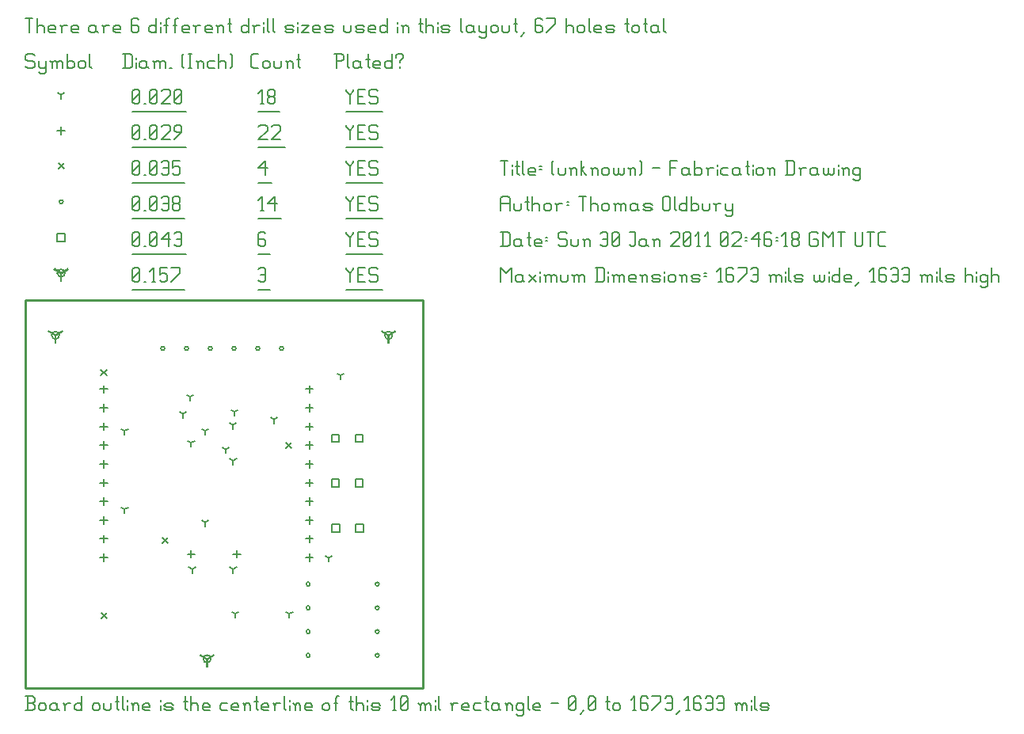
<source format=gbr>
G04 start of page 11 for group -3984 idx -3984 *
G04 Title: (unknown), fab *
G04 Creator: pcb 20091103 *
G04 CreationDate: Sun 30 Jan 2011 02:46:18 GMT UTC *
G04 For: thomas *
G04 Format: Gerber/RS-274X *
G04 PCB-Dimensions: 167323 163386 *
G04 PCB-Coordinate-Origin: lower left *
%MOIN*%
%FSLAX25Y25*%
%LNFAB*%
%ADD11C,0.0100*%
%ADD13C,0.0200*%
%ADD41C,0.0060*%
%ADD43R,0.0080X0.0080*%
G54D43*X152757Y148425D02*Y145225D01*
G54D13*G36*
X152210Y148572D02*X155676Y150572D01*
X156076Y149879D01*
X152610Y147879D01*
X152210Y148572D01*
G37*
G36*
X152903Y147879D02*X149437Y149879D01*
X149837Y150572D01*
X153303Y148572D01*
X152903Y147879D01*
G37*
G54D43*X151157Y148425D02*G75*G03X154357Y148425I1600J0D01*G01*
G75*G03X151157Y148425I-1600J0D01*G01*
X12599D02*Y145225D01*
G54D13*G36*
X12052Y148572D02*X15518Y150572D01*
X15918Y149879D01*
X12452Y147879D01*
X12052Y148572D01*
G37*
G36*
X12745Y147879D02*X9279Y149879D01*
X9679Y150572D01*
X13145Y148572D01*
X12745Y147879D01*
G37*
G54D43*X10999Y148425D02*G75*G03X14199Y148425I1600J0D01*G01*
G75*G03X10999Y148425I-1600J0D01*G01*
X76378Y12205D02*Y9005D01*
G54D13*G36*
X75831Y12352D02*X79297Y14352D01*
X79697Y13659D01*
X76231Y11659D01*
X75831Y12352D01*
G37*
G36*
X76524Y11659D02*X73058Y13659D01*
X73458Y14352D01*
X76924Y12352D01*
X76524Y11659D01*
G37*
G54D43*X74778Y12205D02*G75*G03X77978Y12205I1600J0D01*G01*
G75*G03X74778Y12205I-1600J0D01*G01*
X15000Y174636D02*Y171436D01*
G54D13*G36*
X14453Y174782D02*X17919Y176782D01*
X18319Y176089D01*
X14853Y174089D01*
X14453Y174782D01*
G37*
G36*
X15146Y174089D02*X11680Y176089D01*
X12080Y176782D01*
X15546Y174782D01*
X15146Y174089D01*
G37*
G54D43*X13400Y174636D02*G75*G03X16600Y174636I1600J0D01*G01*
G75*G03X13400Y174636I-1600J0D01*G01*
G54D41*X135000Y176886D02*Y176136D01*
X136500Y174636D01*
X138000Y176136D01*
Y176886D02*Y176136D01*
X136500Y174636D02*Y170886D01*
X139801Y173886D02*X142051D01*
X139801Y170886D02*X142801D01*
X139801Y176886D02*Y170886D01*
Y176886D02*X142801D01*
X147603D02*X148353Y176136D01*
X145353Y176886D02*X147603D01*
X144603Y176136D02*X145353Y176886D01*
X144603Y176136D02*Y174636D01*
X145353Y173886D01*
X147603D01*
X148353Y173136D01*
Y171636D01*
X147603Y170886D02*X148353Y171636D01*
X145353Y170886D02*X147603D01*
X144603Y171636D02*X145353Y170886D01*
X135000Y167635D02*X150154D01*
X98000Y176136D02*X98750Y176886D01*
X100250D01*
X101000Y176136D01*
Y171636D01*
X100250Y170886D02*X101000Y171636D01*
X98750Y170886D02*X100250D01*
X98000Y171636D02*X98750Y170886D01*
Y173886D02*X101000D01*
X98000Y167635D02*X102801D01*
X45000Y171636D02*X45750Y170886D01*
X45000Y176136D02*Y171636D01*
Y176136D02*X45750Y176886D01*
X47250D01*
X48000Y176136D01*
Y171636D01*
X47250Y170886D02*X48000Y171636D01*
X45750Y170886D02*X47250D01*
X45000Y172386D02*X48000Y175386D01*
X49801Y170886D02*X50551D01*
X53103D02*X54603D01*
X53853Y176886D02*Y170886D01*
X52353Y175386D02*X53853Y176886D01*
X56404D02*X59404D01*
X56404D02*Y173886D01*
X57154Y174636D01*
X58654D01*
X59404Y173886D01*
Y171636D01*
X58654Y170886D02*X59404Y171636D01*
X57154Y170886D02*X58654D01*
X56404Y171636D02*X57154Y170886D01*
X61206D02*X64956Y174636D01*
Y176886D02*Y174636D01*
X61206Y176886D02*X64956D01*
X45000Y167635D02*X66757D01*
X128834Y87820D02*X132034D01*
X128834D02*Y84620D01*
X132034D01*
Y87820D02*Y84620D01*
X138834Y87820D02*X142034D01*
X138834D02*Y84620D01*
X142034D01*
Y87820D02*Y84620D01*
X128834Y106718D02*X132034D01*
X128834D02*Y103518D01*
X132034D01*
Y106718D02*Y103518D01*
X138834Y106718D02*X142034D01*
X138834D02*Y103518D01*
X142034D01*
Y106718D02*Y103518D01*
X128922Y68934D02*X132122D01*
X128922D02*Y65734D01*
X132122D01*
Y68934D02*Y65734D01*
X138922Y68934D02*X142122D01*
X138922D02*Y65734D01*
X142122D01*
Y68934D02*Y65734D01*
X13400Y191236D02*X16600D01*
X13400D02*Y188036D01*
X16600D01*
Y191236D02*Y188036D01*
X135000Y191886D02*Y191136D01*
X136500Y189636D01*
X138000Y191136D01*
Y191886D02*Y191136D01*
X136500Y189636D02*Y185886D01*
X139801Y188886D02*X142051D01*
X139801Y185886D02*X142801D01*
X139801Y191886D02*Y185886D01*
Y191886D02*X142801D01*
X147603D02*X148353Y191136D01*
X145353Y191886D02*X147603D01*
X144603Y191136D02*X145353Y191886D01*
X144603Y191136D02*Y189636D01*
X145353Y188886D01*
X147603D01*
X148353Y188136D01*
Y186636D01*
X147603Y185886D02*X148353Y186636D01*
X145353Y185886D02*X147603D01*
X144603Y186636D02*X145353Y185886D01*
X135000Y182635D02*X150154D01*
X100250Y191886D02*X101000Y191136D01*
X98750Y191886D02*X100250D01*
X98000Y191136D02*X98750Y191886D01*
X98000Y191136D02*Y186636D01*
X98750Y185886D01*
X100250Y188886D02*X101000Y188136D01*
X98000Y188886D02*X100250D01*
X98750Y185886D02*X100250D01*
X101000Y186636D01*
Y188136D02*Y186636D01*
X98000Y182635D02*X102801D01*
X45000Y186636D02*X45750Y185886D01*
X45000Y191136D02*Y186636D01*
Y191136D02*X45750Y191886D01*
X47250D01*
X48000Y191136D01*
Y186636D01*
X47250Y185886D02*X48000Y186636D01*
X45750Y185886D02*X47250D01*
X45000Y187386D02*X48000Y190386D01*
X49801Y185886D02*X50551D01*
X52353Y186636D02*X53103Y185886D01*
X52353Y191136D02*Y186636D01*
Y191136D02*X53103Y191886D01*
X54603D01*
X55353Y191136D01*
Y186636D01*
X54603Y185886D02*X55353Y186636D01*
X53103Y185886D02*X54603D01*
X52353Y187386D02*X55353Y190386D01*
X57154Y188886D02*X60154Y191886D01*
X57154Y188886D02*X60904D01*
X60154Y191886D02*Y185886D01*
X62706Y191136D02*X63456Y191886D01*
X64956D01*
X65706Y191136D01*
Y186636D01*
X64956Y185886D02*X65706Y186636D01*
X63456Y185886D02*X64956D01*
X62706Y186636D02*X63456Y185886D01*
Y188886D02*X65706D01*
X45000Y182635D02*X67507D01*
X147232Y43701D02*G75*G03X148832Y43701I800J0D01*G01*
G75*G03X147232Y43701I-800J0D01*G01*
Y33701D02*G75*G03X148832Y33701I800J0D01*G01*
G75*G03X147232Y33701I-800J0D01*G01*
Y23701D02*G75*G03X148832Y23701I800J0D01*G01*
G75*G03X147232Y23701I-800J0D01*G01*
Y13701D02*G75*G03X148832Y13701I800J0D01*G01*
G75*G03X147232Y13701I-800J0D01*G01*
X118098Y43701D02*G75*G03X119698Y43701I800J0D01*G01*
G75*G03X118098Y43701I-800J0D01*G01*
Y33701D02*G75*G03X119698Y33701I800J0D01*G01*
G75*G03X118098Y33701I-800J0D01*G01*
Y23701D02*G75*G03X119698Y23701I800J0D01*G01*
G75*G03X118098Y23701I-800J0D01*G01*
Y13701D02*G75*G03X119698Y13701I800J0D01*G01*
G75*G03X118098Y13701I-800J0D01*G01*
X56966Y142925D02*G75*G03X58566Y142925I800J0D01*G01*
G75*G03X56966Y142925I-800J0D01*G01*
X66966D02*G75*G03X68566Y142925I800J0D01*G01*
G75*G03X66966Y142925I-800J0D01*G01*
X76966D02*G75*G03X78566Y142925I800J0D01*G01*
G75*G03X76966Y142925I-800J0D01*G01*
X86966D02*G75*G03X88566Y142925I800J0D01*G01*
G75*G03X86966Y142925I-800J0D01*G01*
X96966D02*G75*G03X98566Y142925I800J0D01*G01*
G75*G03X96966Y142925I-800J0D01*G01*
X106966D02*G75*G03X108566Y142925I800J0D01*G01*
G75*G03X106966Y142925I-800J0D01*G01*
X14200Y204636D02*G75*G03X15800Y204636I800J0D01*G01*
G75*G03X14200Y204636I-800J0D01*G01*
X135000Y206886D02*Y206136D01*
X136500Y204636D01*
X138000Y206136D01*
Y206886D02*Y206136D01*
X136500Y204636D02*Y200886D01*
X139801Y203886D02*X142051D01*
X139801Y200886D02*X142801D01*
X139801Y206886D02*Y200886D01*
Y206886D02*X142801D01*
X147603D02*X148353Y206136D01*
X145353Y206886D02*X147603D01*
X144603Y206136D02*X145353Y206886D01*
X144603Y206136D02*Y204636D01*
X145353Y203886D01*
X147603D01*
X148353Y203136D01*
Y201636D01*
X147603Y200886D02*X148353Y201636D01*
X145353Y200886D02*X147603D01*
X144603Y201636D02*X145353Y200886D01*
X135000Y197635D02*X150154D01*
X98750Y200886D02*X100250D01*
X99500Y206886D02*Y200886D01*
X98000Y205386D02*X99500Y206886D01*
X102051Y203886D02*X105051Y206886D01*
X102051Y203886D02*X105801D01*
X105051Y206886D02*Y200886D01*
X98000Y197635D02*X107603D01*
X45000Y201636D02*X45750Y200886D01*
X45000Y206136D02*Y201636D01*
Y206136D02*X45750Y206886D01*
X47250D01*
X48000Y206136D01*
Y201636D01*
X47250Y200886D02*X48000Y201636D01*
X45750Y200886D02*X47250D01*
X45000Y202386D02*X48000Y205386D01*
X49801Y200886D02*X50551D01*
X52353Y201636D02*X53103Y200886D01*
X52353Y206136D02*Y201636D01*
Y206136D02*X53103Y206886D01*
X54603D01*
X55353Y206136D01*
Y201636D01*
X54603Y200886D02*X55353Y201636D01*
X53103Y200886D02*X54603D01*
X52353Y202386D02*X55353Y205386D01*
X57154Y206136D02*X57904Y206886D01*
X59404D01*
X60154Y206136D01*
Y201636D01*
X59404Y200886D02*X60154Y201636D01*
X57904Y200886D02*X59404D01*
X57154Y201636D02*X57904Y200886D01*
Y203886D02*X60154D01*
X61956Y201636D02*X62706Y200886D01*
X61956Y203136D02*Y201636D01*
Y203136D02*X62706Y203886D01*
X64206D01*
X64956Y203136D01*
Y201636D01*
X64206Y200886D02*X64956Y201636D01*
X62706Y200886D02*X64206D01*
X61956Y204636D02*X62706Y203886D01*
X61956Y206136D02*Y204636D01*
Y206136D02*X62706Y206886D01*
X64206D01*
X64956Y206136D01*
Y204636D01*
X64206Y203886D02*X64956Y204636D01*
X45000Y197635D02*X66757D01*
X31684Y133888D02*X34084Y131488D01*
X31684D02*X34084Y133888D01*
X109637Y103180D02*X112037Y100780D01*
X109637D02*X112037Y103180D01*
X57451Y63416D02*X59851Y61016D01*
X57451D02*X59851Y63416D01*
X31872Y31515D02*X34272Y29115D01*
X31872D02*X34272Y31515D01*
X13800Y220836D02*X16200Y218436D01*
X13800D02*X16200Y220836D01*
X135000Y221886D02*Y221136D01*
X136500Y219636D01*
X138000Y221136D01*
Y221886D02*Y221136D01*
X136500Y219636D02*Y215886D01*
X139801Y218886D02*X142051D01*
X139801Y215886D02*X142801D01*
X139801Y221886D02*Y215886D01*
Y221886D02*X142801D01*
X147603D02*X148353Y221136D01*
X145353Y221886D02*X147603D01*
X144603Y221136D02*X145353Y221886D01*
X144603Y221136D02*Y219636D01*
X145353Y218886D01*
X147603D01*
X148353Y218136D01*
Y216636D01*
X147603Y215886D02*X148353Y216636D01*
X145353Y215886D02*X147603D01*
X144603Y216636D02*X145353Y215886D01*
X135000Y212635D02*X150154D01*
X98000Y218886D02*X101000Y221886D01*
X98000Y218886D02*X101750D01*
X101000Y221886D02*Y215886D01*
X98000Y212635D02*X103551D01*
X45000Y216636D02*X45750Y215886D01*
X45000Y221136D02*Y216636D01*
Y221136D02*X45750Y221886D01*
X47250D01*
X48000Y221136D01*
Y216636D01*
X47250Y215886D02*X48000Y216636D01*
X45750Y215886D02*X47250D01*
X45000Y217386D02*X48000Y220386D01*
X49801Y215886D02*X50551D01*
X52353Y216636D02*X53103Y215886D01*
X52353Y221136D02*Y216636D01*
Y221136D02*X53103Y221886D01*
X54603D01*
X55353Y221136D01*
Y216636D01*
X54603Y215886D02*X55353Y216636D01*
X53103Y215886D02*X54603D01*
X52353Y217386D02*X55353Y220386D01*
X57154Y221136D02*X57904Y221886D01*
X59404D01*
X60154Y221136D01*
Y216636D01*
X59404Y215886D02*X60154Y216636D01*
X57904Y215886D02*X59404D01*
X57154Y216636D02*X57904Y215886D01*
Y218886D02*X60154D01*
X61956Y221886D02*X64956D01*
X61956D02*Y218886D01*
X62706Y219636D01*
X64206D01*
X64956Y218886D01*
Y216636D01*
X64206Y215886D02*X64956Y216636D01*
X62706Y215886D02*X64206D01*
X61956Y216636D02*X62706Y215886D01*
X45000Y212635D02*X66757D01*
X32829Y56520D02*Y53320D01*
X31229Y54920D02*X34429D01*
X32829Y64394D02*Y61194D01*
X31229Y62794D02*X34429D01*
X32829Y72268D02*Y69068D01*
X31229Y70668D02*X34429D01*
X32829Y80142D02*Y76942D01*
X31229Y78542D02*X34429D01*
X32829Y88016D02*Y84816D01*
X31229Y86416D02*X34429D01*
X32829Y95889D02*Y92689D01*
X31229Y94289D02*X34429D01*
X32829Y103763D02*Y100563D01*
X31229Y102163D02*X34429D01*
X32829Y111637D02*Y108437D01*
X31229Y110037D02*X34429D01*
X32829Y119511D02*Y116311D01*
X31229Y117911D02*X34429D01*
X32829Y127385D02*Y124185D01*
X31229Y125785D02*X34429D01*
X119443Y127385D02*Y124185D01*
X117843Y125785D02*X121043D01*
X119443Y119511D02*Y116311D01*
X117843Y117911D02*X121043D01*
X119443Y111637D02*Y108437D01*
X117843Y110037D02*X121043D01*
X119443Y103763D02*Y100563D01*
X117843Y102163D02*X121043D01*
X119443Y95889D02*Y92689D01*
X117843Y94289D02*X121043D01*
X119443Y88016D02*Y84816D01*
X117843Y86416D02*X121043D01*
X119443Y80142D02*Y76942D01*
X117843Y78542D02*X121043D01*
X119443Y72268D02*Y69068D01*
X117843Y70668D02*X121043D01*
X119443Y64394D02*Y61194D01*
X117843Y62794D02*X121043D01*
X119443Y56520D02*Y53320D01*
X117843Y54920D02*X121043D01*
X69718Y58007D02*Y54807D01*
X68118Y56407D02*X71318D01*
X88930Y58007D02*Y54807D01*
X87330Y56407D02*X90530D01*
X15000Y236236D02*Y233036D01*
X13400Y234636D02*X16600D01*
X135000Y236886D02*Y236136D01*
X136500Y234636D01*
X138000Y236136D01*
Y236886D02*Y236136D01*
X136500Y234636D02*Y230886D01*
X139801Y233886D02*X142051D01*
X139801Y230886D02*X142801D01*
X139801Y236886D02*Y230886D01*
Y236886D02*X142801D01*
X147603D02*X148353Y236136D01*
X145353Y236886D02*X147603D01*
X144603Y236136D02*X145353Y236886D01*
X144603Y236136D02*Y234636D01*
X145353Y233886D01*
X147603D01*
X148353Y233136D01*
Y231636D01*
X147603Y230886D02*X148353Y231636D01*
X145353Y230886D02*X147603D01*
X144603Y231636D02*X145353Y230886D01*
X135000Y227635D02*X150154D01*
X98000Y236136D02*X98750Y236886D01*
X101000D01*
X101750Y236136D01*
Y234636D01*
X98000Y230886D02*X101750Y234636D01*
X98000Y230886D02*X101750D01*
X103551Y236136D02*X104301Y236886D01*
X106551D01*
X107301Y236136D01*
Y234636D01*
X103551Y230886D02*X107301Y234636D01*
X103551Y230886D02*X107301D01*
X98000Y227635D02*X109103D01*
X45000Y231636D02*X45750Y230886D01*
X45000Y236136D02*Y231636D01*
Y236136D02*X45750Y236886D01*
X47250D01*
X48000Y236136D01*
Y231636D01*
X47250Y230886D02*X48000Y231636D01*
X45750Y230886D02*X47250D01*
X45000Y232386D02*X48000Y235386D01*
X49801Y230886D02*X50551D01*
X52353Y231636D02*X53103Y230886D01*
X52353Y236136D02*Y231636D01*
Y236136D02*X53103Y236886D01*
X54603D01*
X55353Y236136D01*
Y231636D01*
X54603Y230886D02*X55353Y231636D01*
X53103Y230886D02*X54603D01*
X52353Y232386D02*X55353Y235386D01*
X57154Y236136D02*X57904Y236886D01*
X60154D01*
X60904Y236136D01*
Y234636D01*
X57154Y230886D02*X60904Y234636D01*
X57154Y230886D02*X60904D01*
X62706D02*X65706Y233886D01*
Y236136D02*Y233886D01*
X64956Y236886D02*X65706Y236136D01*
X63456Y236886D02*X64956D01*
X62706Y236136D02*X63456Y236886D01*
X62706Y236136D02*Y234636D01*
X63456Y233886D01*
X65706D01*
X45000Y227635D02*X67507D01*
X104537Y113003D02*Y111403D01*
Y113003D02*X105923Y113803D01*
X104537Y113003D02*X103151Y113803D01*
X87215Y110641D02*Y109041D01*
Y110641D02*X88601Y111441D01*
X87215Y110641D02*X85829Y111441D01*
X88002Y116153D02*Y114553D01*
Y116153D02*X89388Y116953D01*
X88002Y116153D02*X86616Y116953D01*
X88190Y31102D02*Y29502D01*
Y31102D02*X89576Y31902D01*
X88190Y31102D02*X86804Y31902D01*
X111024Y31102D02*Y29502D01*
Y31102D02*X112410Y31902D01*
X111024Y31102D02*X109638Y31902D01*
X84253Y100394D02*Y98794D01*
Y100394D02*X85639Y101194D01*
X84253Y100394D02*X82867Y101194D01*
X87402Y95669D02*Y94069D01*
Y95669D02*X88788Y96469D01*
X87402Y95669D02*X86016Y96469D01*
X66142Y115354D02*Y113754D01*
Y115354D02*X67528Y116154D01*
X66142Y115354D02*X64756Y116154D01*
X69718Y103117D02*Y101517D01*
Y103117D02*X71104Y103917D01*
X69718Y103117D02*X68332Y103917D01*
X75591Y108268D02*Y106668D01*
Y108268D02*X76977Y109068D01*
X75591Y108268D02*X74205Y109068D01*
X75591Y69685D02*Y68085D01*
Y69685D02*X76977Y70485D01*
X75591Y69685D02*X74205Y70485D01*
X41733Y75197D02*Y73597D01*
Y75197D02*X43119Y75997D01*
X41733Y75197D02*X40347Y75997D01*
X70079Y50000D02*Y48400D01*
Y50000D02*X71465Y50800D01*
X70079Y50000D02*X68693Y50800D01*
X87402Y50000D02*Y48400D01*
Y50000D02*X88788Y50800D01*
X87402Y50000D02*X86016Y50800D01*
X41733Y108268D02*Y106668D01*
Y108268D02*X43119Y109068D01*
X41733Y108268D02*X40347Y109068D01*
X69292Y122441D02*Y120841D01*
Y122441D02*X70678Y123241D01*
X69292Y122441D02*X67906Y123241D01*
X127560Y54724D02*Y53124D01*
Y54724D02*X128946Y55524D01*
X127560Y54724D02*X126174Y55524D01*
X132678Y131496D02*Y129896D01*
Y131496D02*X134064Y132296D01*
X132678Y131496D02*X131292Y132296D01*
X15000Y249636D02*Y248036D01*
Y249636D02*X16386Y250436D01*
X15000Y249636D02*X13614Y250436D01*
X135000Y251886D02*Y251136D01*
X136500Y249636D01*
X138000Y251136D01*
Y251886D02*Y251136D01*
X136500Y249636D02*Y245886D01*
X139801Y248886D02*X142051D01*
X139801Y245886D02*X142801D01*
X139801Y251886D02*Y245886D01*
Y251886D02*X142801D01*
X147603D02*X148353Y251136D01*
X145353Y251886D02*X147603D01*
X144603Y251136D02*X145353Y251886D01*
X144603Y251136D02*Y249636D01*
X145353Y248886D01*
X147603D01*
X148353Y248136D01*
Y246636D01*
X147603Y245886D02*X148353Y246636D01*
X145353Y245886D02*X147603D01*
X144603Y246636D02*X145353Y245886D01*
X135000Y242635D02*X150154D01*
X98750Y245886D02*X100250D01*
X99500Y251886D02*Y245886D01*
X98000Y250386D02*X99500Y251886D01*
X102051Y246636D02*X102801Y245886D01*
X102051Y248136D02*Y246636D01*
Y248136D02*X102801Y248886D01*
X104301D01*
X105051Y248136D01*
Y246636D01*
X104301Y245886D02*X105051Y246636D01*
X102801Y245886D02*X104301D01*
X102051Y249636D02*X102801Y248886D01*
X102051Y251136D02*Y249636D01*
Y251136D02*X102801Y251886D01*
X104301D01*
X105051Y251136D01*
Y249636D01*
X104301Y248886D02*X105051Y249636D01*
X98000Y242635D02*X106853D01*
X45000Y246636D02*X45750Y245886D01*
X45000Y251136D02*Y246636D01*
Y251136D02*X45750Y251886D01*
X47250D01*
X48000Y251136D01*
Y246636D01*
X47250Y245886D02*X48000Y246636D01*
X45750Y245886D02*X47250D01*
X45000Y247386D02*X48000Y250386D01*
X49801Y245886D02*X50551D01*
X52353Y246636D02*X53103Y245886D01*
X52353Y251136D02*Y246636D01*
Y251136D02*X53103Y251886D01*
X54603D01*
X55353Y251136D01*
Y246636D01*
X54603Y245886D02*X55353Y246636D01*
X53103Y245886D02*X54603D01*
X52353Y247386D02*X55353Y250386D01*
X57154Y251136D02*X57904Y251886D01*
X60154D01*
X60904Y251136D01*
Y249636D01*
X57154Y245886D02*X60904Y249636D01*
X57154Y245886D02*X60904D01*
X62706Y246636D02*X63456Y245886D01*
X62706Y251136D02*Y246636D01*
Y251136D02*X63456Y251886D01*
X64956D01*
X65706Y251136D01*
Y246636D01*
X64956Y245886D02*X65706Y246636D01*
X63456Y245886D02*X64956D01*
X62706Y247386D02*X65706Y250386D01*
X45000Y242635D02*X67507D01*
X3000Y266886D02*X3750Y266136D01*
X750Y266886D02*X3000D01*
X0Y266136D02*X750Y266886D01*
X0Y266136D02*Y264636D01*
X750Y263886D01*
X3000D01*
X3750Y263136D01*
Y261636D01*
X3000Y260886D02*X3750Y261636D01*
X750Y260886D02*X3000D01*
X0Y261636D02*X750Y260886D01*
X5551Y263886D02*Y261636D01*
X6301Y260886D01*
X8551Y263886D02*Y259386D01*
X7801Y258636D02*X8551Y259386D01*
X6301Y258636D02*X7801D01*
X5551Y259386D02*X6301Y258636D01*
Y260886D02*X7801D01*
X8551Y261636D01*
X11103Y263136D02*Y260886D01*
Y263136D02*X11853Y263886D01*
X12603D01*
X13353Y263136D01*
Y260886D01*
Y263136D02*X14103Y263886D01*
X14853D01*
X15603Y263136D01*
Y260886D01*
X10353Y263886D02*X11103Y263136D01*
X17404Y266886D02*Y260886D01*
Y261636D02*X18154Y260886D01*
X19654D01*
X20404Y261636D01*
Y263136D02*Y261636D01*
X19654Y263886D02*X20404Y263136D01*
X18154Y263886D02*X19654D01*
X17404Y263136D02*X18154Y263886D01*
X22206Y263136D02*Y261636D01*
Y263136D02*X22956Y263886D01*
X24456D01*
X25206Y263136D01*
Y261636D01*
X24456Y260886D02*X25206Y261636D01*
X22956Y260886D02*X24456D01*
X22206Y261636D02*X22956Y260886D01*
X27007Y266886D02*Y261636D01*
X27757Y260886D01*
X41750Y266886D02*Y260886D01*
X44000Y266886D02*X44750Y266136D01*
Y261636D01*
X44000Y260886D02*X44750Y261636D01*
X41000Y260886D02*X44000D01*
X41000Y266886D02*X44000D01*
X46551Y265386D02*Y264636D01*
Y263136D02*Y260886D01*
X50303Y263886D02*X51053Y263136D01*
X48803Y263886D02*X50303D01*
X48053Y263136D02*X48803Y263886D01*
X48053Y263136D02*Y261636D01*
X48803Y260886D01*
X51053Y263886D02*Y261636D01*
X51803Y260886D01*
X48803D02*X50303D01*
X51053Y261636D01*
X54354Y263136D02*Y260886D01*
Y263136D02*X55104Y263886D01*
X55854D01*
X56604Y263136D01*
Y260886D01*
Y263136D02*X57354Y263886D01*
X58104D01*
X58854Y263136D01*
Y260886D01*
X53604Y263886D02*X54354Y263136D01*
X60656Y260886D02*X61406D01*
X65907Y261636D02*X66657Y260886D01*
X65907Y266136D02*X66657Y266886D01*
X65907Y266136D02*Y261636D01*
X68459Y266886D02*X69959D01*
X69209D02*Y260886D01*
X68459D02*X69959D01*
X72510Y263136D02*Y260886D01*
Y263136D02*X73260Y263886D01*
X74010D01*
X74760Y263136D01*
Y260886D01*
X71760Y263886D02*X72510Y263136D01*
X77312Y263886D02*X79562D01*
X76562Y263136D02*X77312Y263886D01*
X76562Y263136D02*Y261636D01*
X77312Y260886D01*
X79562D01*
X81363Y266886D02*Y260886D01*
Y263136D02*X82113Y263886D01*
X83613D01*
X84363Y263136D01*
Y260886D01*
X86165Y266886D02*X86915Y266136D01*
Y261636D01*
X86165Y260886D02*X86915Y261636D01*
X95750Y260886D02*X98000D01*
X95000Y261636D02*X95750Y260886D01*
X95000Y266136D02*Y261636D01*
Y266136D02*X95750Y266886D01*
X98000D01*
X99801Y263136D02*Y261636D01*
Y263136D02*X100551Y263886D01*
X102051D01*
X102801Y263136D01*
Y261636D01*
X102051Y260886D02*X102801Y261636D01*
X100551Y260886D02*X102051D01*
X99801Y261636D02*X100551Y260886D01*
X104603Y263886D02*Y261636D01*
X105353Y260886D01*
X106853D01*
X107603Y261636D01*
Y263886D02*Y261636D01*
X110154Y263136D02*Y260886D01*
Y263136D02*X110904Y263886D01*
X111654D01*
X112404Y263136D01*
Y260886D01*
X109404Y263886D02*X110154Y263136D01*
X114956Y266886D02*Y261636D01*
X115706Y260886D01*
X114206Y264636D02*X115706D01*
X130750Y266886D02*Y260886D01*
X130000Y266886D02*X133000D01*
X133750Y266136D01*
Y264636D01*
X133000Y263886D02*X133750Y264636D01*
X130750Y263886D02*X133000D01*
X135551Y266886D02*Y261636D01*
X136301Y260886D01*
X140053Y263886D02*X140803Y263136D01*
X138553Y263886D02*X140053D01*
X137803Y263136D02*X138553Y263886D01*
X137803Y263136D02*Y261636D01*
X138553Y260886D01*
X140803Y263886D02*Y261636D01*
X141553Y260886D01*
X138553D02*X140053D01*
X140803Y261636D01*
X144104Y266886D02*Y261636D01*
X144854Y260886D01*
X143354Y264636D02*X144854D01*
X147106Y260886D02*X149356D01*
X146356Y261636D02*X147106Y260886D01*
X146356Y263136D02*Y261636D01*
Y263136D02*X147106Y263886D01*
X148606D01*
X149356Y263136D01*
X146356Y262386D02*X149356D01*
Y263136D02*Y262386D01*
X154157Y266886D02*Y260886D01*
X153407D02*X154157Y261636D01*
X151907Y260886D02*X153407D01*
X151157Y261636D02*X151907Y260886D01*
X151157Y263136D02*Y261636D01*
Y263136D02*X151907Y263886D01*
X153407D01*
X154157Y263136D01*
X157459Y263886D02*Y263136D01*
Y261636D02*Y260886D01*
X155959Y266136D02*Y265386D01*
Y266136D02*X156709Y266886D01*
X158209D01*
X158959Y266136D01*
Y265386D01*
X157459Y263886D02*X158959Y265386D01*
X0Y281886D02*X3000D01*
X1500D02*Y275886D01*
X4801Y281886D02*Y275886D01*
Y278136D02*X5551Y278886D01*
X7051D01*
X7801Y278136D01*
Y275886D01*
X10353D02*X12603D01*
X9603Y276636D02*X10353Y275886D01*
X9603Y278136D02*Y276636D01*
Y278136D02*X10353Y278886D01*
X11853D01*
X12603Y278136D01*
X9603Y277386D02*X12603D01*
Y278136D02*Y277386D01*
X15154Y278136D02*Y275886D01*
Y278136D02*X15904Y278886D01*
X17404D01*
X14404D02*X15154Y278136D01*
X19956Y275886D02*X22206D01*
X19206Y276636D02*X19956Y275886D01*
X19206Y278136D02*Y276636D01*
Y278136D02*X19956Y278886D01*
X21456D01*
X22206Y278136D01*
X19206Y277386D02*X22206D01*
Y278136D02*Y277386D01*
X28957Y278886D02*X29707Y278136D01*
X27457Y278886D02*X28957D01*
X26707Y278136D02*X27457Y278886D01*
X26707Y278136D02*Y276636D01*
X27457Y275886D01*
X29707Y278886D02*Y276636D01*
X30457Y275886D01*
X27457D02*X28957D01*
X29707Y276636D01*
X33009Y278136D02*Y275886D01*
Y278136D02*X33759Y278886D01*
X35259D01*
X32259D02*X33009Y278136D01*
X37810Y275886D02*X40060D01*
X37060Y276636D02*X37810Y275886D01*
X37060Y278136D02*Y276636D01*
Y278136D02*X37810Y278886D01*
X39310D01*
X40060Y278136D01*
X37060Y277386D02*X40060D01*
Y278136D02*Y277386D01*
X46812Y281886D02*X47562Y281136D01*
X45312Y281886D02*X46812D01*
X44562Y281136D02*X45312Y281886D01*
X44562Y281136D02*Y276636D01*
X45312Y275886D01*
X46812Y278886D02*X47562Y278136D01*
X44562Y278886D02*X46812D01*
X45312Y275886D02*X46812D01*
X47562Y276636D01*
Y278136D02*Y276636D01*
X55063Y281886D02*Y275886D01*
X54313D02*X55063Y276636D01*
X52813Y275886D02*X54313D01*
X52063Y276636D02*X52813Y275886D01*
X52063Y278136D02*Y276636D01*
Y278136D02*X52813Y278886D01*
X54313D01*
X55063Y278136D01*
X56865Y280386D02*Y279636D01*
Y278136D02*Y275886D01*
X59116Y281136D02*Y275886D01*
Y281136D02*X59866Y281886D01*
X60616D01*
X58366Y278886D02*X59866D01*
X62868Y281136D02*Y275886D01*
Y281136D02*X63618Y281886D01*
X64368D01*
X62118Y278886D02*X63618D01*
X66619Y275886D02*X68869D01*
X65869Y276636D02*X66619Y275886D01*
X65869Y278136D02*Y276636D01*
Y278136D02*X66619Y278886D01*
X68119D01*
X68869Y278136D01*
X65869Y277386D02*X68869D01*
Y278136D02*Y277386D01*
X71421Y278136D02*Y275886D01*
Y278136D02*X72171Y278886D01*
X73671D01*
X70671D02*X71421Y278136D01*
X76222Y275886D02*X78472D01*
X75472Y276636D02*X76222Y275886D01*
X75472Y278136D02*Y276636D01*
Y278136D02*X76222Y278886D01*
X77722D01*
X78472Y278136D01*
X75472Y277386D02*X78472D01*
Y278136D02*Y277386D01*
X81024Y278136D02*Y275886D01*
Y278136D02*X81774Y278886D01*
X82524D01*
X83274Y278136D01*
Y275886D01*
X80274Y278886D02*X81024Y278136D01*
X85825Y281886D02*Y276636D01*
X86575Y275886D01*
X85075Y279636D02*X86575D01*
X93777Y281886D02*Y275886D01*
X93027D02*X93777Y276636D01*
X91527Y275886D02*X93027D01*
X90777Y276636D02*X91527Y275886D01*
X90777Y278136D02*Y276636D01*
Y278136D02*X91527Y278886D01*
X93027D01*
X93777Y278136D01*
X96328D02*Y275886D01*
Y278136D02*X97078Y278886D01*
X98578D01*
X95578D02*X96328Y278136D01*
X100380Y280386D02*Y279636D01*
Y278136D02*Y275886D01*
X101881Y281886D02*Y276636D01*
X102631Y275886D01*
X104133Y281886D02*Y276636D01*
X104883Y275886D01*
X109834D02*X112084D01*
X112834Y276636D01*
X112084Y277386D02*X112834Y276636D01*
X109834Y277386D02*X112084D01*
X109084Y278136D02*X109834Y277386D01*
X109084Y278136D02*X109834Y278886D01*
X112084D01*
X112834Y278136D01*
X109084Y276636D02*X109834Y275886D01*
X114636Y280386D02*Y279636D01*
Y278136D02*Y275886D01*
X116137Y278886D02*X119137D01*
X116137Y275886D02*X119137Y278886D01*
X116137Y275886D02*X119137D01*
X121689D02*X123939D01*
X120939Y276636D02*X121689Y275886D01*
X120939Y278136D02*Y276636D01*
Y278136D02*X121689Y278886D01*
X123189D01*
X123939Y278136D01*
X120939Y277386D02*X123939D01*
Y278136D02*Y277386D01*
X126490Y275886D02*X128740D01*
X129490Y276636D01*
X128740Y277386D02*X129490Y276636D01*
X126490Y277386D02*X128740D01*
X125740Y278136D02*X126490Y277386D01*
X125740Y278136D02*X126490Y278886D01*
X128740D01*
X129490Y278136D01*
X125740Y276636D02*X126490Y275886D01*
X133992Y278886D02*Y276636D01*
X134742Y275886D01*
X136242D01*
X136992Y276636D01*
Y278886D02*Y276636D01*
X139543Y275886D02*X141793D01*
X142543Y276636D01*
X141793Y277386D02*X142543Y276636D01*
X139543Y277386D02*X141793D01*
X138793Y278136D02*X139543Y277386D01*
X138793Y278136D02*X139543Y278886D01*
X141793D01*
X142543Y278136D01*
X138793Y276636D02*X139543Y275886D01*
X145095D02*X147345D01*
X144345Y276636D02*X145095Y275886D01*
X144345Y278136D02*Y276636D01*
Y278136D02*X145095Y278886D01*
X146595D01*
X147345Y278136D01*
X144345Y277386D02*X147345D01*
Y278136D02*Y277386D01*
X152146Y281886D02*Y275886D01*
X151396D02*X152146Y276636D01*
X149896Y275886D02*X151396D01*
X149146Y276636D02*X149896Y275886D01*
X149146Y278136D02*Y276636D01*
Y278136D02*X149896Y278886D01*
X151396D01*
X152146Y278136D01*
X156648Y280386D02*Y279636D01*
Y278136D02*Y275886D01*
X158899Y278136D02*Y275886D01*
Y278136D02*X159649Y278886D01*
X160399D01*
X161149Y278136D01*
Y275886D01*
X158149Y278886D02*X158899Y278136D01*
X166401Y281886D02*Y276636D01*
X167151Y275886D01*
X165651Y279636D02*X167151D01*
X168652Y281886D02*Y275886D01*
Y278136D02*X169402Y278886D01*
X170902D01*
X171652Y278136D01*
Y275886D01*
X173454Y280386D02*Y279636D01*
Y278136D02*Y275886D01*
X175705D02*X177955D01*
X178705Y276636D01*
X177955Y277386D02*X178705Y276636D01*
X175705Y277386D02*X177955D01*
X174955Y278136D02*X175705Y277386D01*
X174955Y278136D02*X175705Y278886D01*
X177955D01*
X178705Y278136D01*
X174955Y276636D02*X175705Y275886D01*
X183207Y281886D02*Y276636D01*
X183957Y275886D01*
X187708Y278886D02*X188458Y278136D01*
X186208Y278886D02*X187708D01*
X185458Y278136D02*X186208Y278886D01*
X185458Y278136D02*Y276636D01*
X186208Y275886D01*
X188458Y278886D02*Y276636D01*
X189208Y275886D01*
X186208D02*X187708D01*
X188458Y276636D01*
X191010Y278886D02*Y276636D01*
X191760Y275886D01*
X194010Y278886D02*Y274386D01*
X193260Y273636D02*X194010Y274386D01*
X191760Y273636D02*X193260D01*
X191010Y274386D02*X191760Y273636D01*
Y275886D02*X193260D01*
X194010Y276636D01*
X195811Y278136D02*Y276636D01*
Y278136D02*X196561Y278886D01*
X198061D01*
X198811Y278136D01*
Y276636D01*
X198061Y275886D02*X198811Y276636D01*
X196561Y275886D02*X198061D01*
X195811Y276636D02*X196561Y275886D01*
X200613Y278886D02*Y276636D01*
X201363Y275886D01*
X202863D01*
X203613Y276636D01*
Y278886D02*Y276636D01*
X206164Y281886D02*Y276636D01*
X206914Y275886D01*
X205414Y279636D02*X206914D01*
X208416Y274386D02*X209916Y275886D01*
X216667Y281886D02*X217417Y281136D01*
X215167Y281886D02*X216667D01*
X214417Y281136D02*X215167Y281886D01*
X214417Y281136D02*Y276636D01*
X215167Y275886D01*
X216667Y278886D02*X217417Y278136D01*
X214417Y278886D02*X216667D01*
X215167Y275886D02*X216667D01*
X217417Y276636D01*
Y278136D02*Y276636D01*
X219219Y275886D02*X222969Y279636D01*
Y281886D02*Y279636D01*
X219219Y281886D02*X222969D01*
X227470D02*Y275886D01*
Y278136D02*X228220Y278886D01*
X229720D01*
X230470Y278136D01*
Y275886D01*
X232272Y278136D02*Y276636D01*
Y278136D02*X233022Y278886D01*
X234522D01*
X235272Y278136D01*
Y276636D01*
X234522Y275886D02*X235272Y276636D01*
X233022Y275886D02*X234522D01*
X232272Y276636D02*X233022Y275886D01*
X237073Y281886D02*Y276636D01*
X237823Y275886D01*
X240075D02*X242325D01*
X239325Y276636D02*X240075Y275886D01*
X239325Y278136D02*Y276636D01*
Y278136D02*X240075Y278886D01*
X241575D01*
X242325Y278136D01*
X239325Y277386D02*X242325D01*
Y278136D02*Y277386D01*
X244876Y275886D02*X247126D01*
X247876Y276636D01*
X247126Y277386D02*X247876Y276636D01*
X244876Y277386D02*X247126D01*
X244126Y278136D02*X244876Y277386D01*
X244126Y278136D02*X244876Y278886D01*
X247126D01*
X247876Y278136D01*
X244126Y276636D02*X244876Y275886D01*
X253128Y281886D02*Y276636D01*
X253878Y275886D01*
X252378Y279636D02*X253878D01*
X255379Y278136D02*Y276636D01*
Y278136D02*X256129Y278886D01*
X257629D01*
X258379Y278136D01*
Y276636D01*
X257629Y275886D02*X258379Y276636D01*
X256129Y275886D02*X257629D01*
X255379Y276636D02*X256129Y275886D01*
X260931Y281886D02*Y276636D01*
X261681Y275886D01*
X260181Y279636D02*X261681D01*
X265432Y278886D02*X266182Y278136D01*
X263932Y278886D02*X265432D01*
X263182Y278136D02*X263932Y278886D01*
X263182Y278136D02*Y276636D01*
X263932Y275886D01*
X266182Y278886D02*Y276636D01*
X266932Y275886D01*
X263932D02*X265432D01*
X266182Y276636D01*
X268734Y281886D02*Y276636D01*
X269484Y275886D01*
G54D11*X0Y163386D02*X167323D01*
X0D02*Y0D01*
X167323Y163386D02*Y0D01*
X0D02*X167323D01*
G54D41*X200000Y176886D02*Y170886D01*
Y176886D02*X202250Y174636D01*
X204500Y176886D01*
Y170886D01*
X208551Y173886D02*X209301Y173136D01*
X207051Y173886D02*X208551D01*
X206301Y173136D02*X207051Y173886D01*
X206301Y173136D02*Y171636D01*
X207051Y170886D01*
X209301Y173886D02*Y171636D01*
X210051Y170886D01*
X207051D02*X208551D01*
X209301Y171636D01*
X211853Y173886D02*X214853Y170886D01*
X211853D02*X214853Y173886D01*
X216654Y175386D02*Y174636D01*
Y173136D02*Y170886D01*
X218906Y173136D02*Y170886D01*
Y173136D02*X219656Y173886D01*
X220406D01*
X221156Y173136D01*
Y170886D01*
Y173136D02*X221906Y173886D01*
X222656D01*
X223406Y173136D01*
Y170886D01*
X218156Y173886D02*X218906Y173136D01*
X225207Y173886D02*Y171636D01*
X225957Y170886D01*
X227457D01*
X228207Y171636D01*
Y173886D02*Y171636D01*
X230759Y173136D02*Y170886D01*
Y173136D02*X231509Y173886D01*
X232259D01*
X233009Y173136D01*
Y170886D01*
Y173136D02*X233759Y173886D01*
X234509D01*
X235259Y173136D01*
Y170886D01*
X230009Y173886D02*X230759Y173136D01*
X240510Y176886D02*Y170886D01*
X242760Y176886D02*X243510Y176136D01*
Y171636D01*
X242760Y170886D02*X243510Y171636D01*
X239760Y170886D02*X242760D01*
X239760Y176886D02*X242760D01*
X245312Y175386D02*Y174636D01*
Y173136D02*Y170886D01*
X247563Y173136D02*Y170886D01*
Y173136D02*X248313Y173886D01*
X249063D01*
X249813Y173136D01*
Y170886D01*
Y173136D02*X250563Y173886D01*
X251313D01*
X252063Y173136D01*
Y170886D01*
X246813Y173886D02*X247563Y173136D01*
X254615Y170886D02*X256865D01*
X253865Y171636D02*X254615Y170886D01*
X253865Y173136D02*Y171636D01*
Y173136D02*X254615Y173886D01*
X256115D01*
X256865Y173136D01*
X253865Y172386D02*X256865D01*
Y173136D02*Y172386D01*
X259416Y173136D02*Y170886D01*
Y173136D02*X260166Y173886D01*
X260916D01*
X261666Y173136D01*
Y170886D01*
X258666Y173886D02*X259416Y173136D01*
X264218Y170886D02*X266468D01*
X267218Y171636D01*
X266468Y172386D02*X267218Y171636D01*
X264218Y172386D02*X266468D01*
X263468Y173136D02*X264218Y172386D01*
X263468Y173136D02*X264218Y173886D01*
X266468D01*
X267218Y173136D01*
X263468Y171636D02*X264218Y170886D01*
X269019Y175386D02*Y174636D01*
Y173136D02*Y170886D01*
X270521Y173136D02*Y171636D01*
Y173136D02*X271271Y173886D01*
X272771D01*
X273521Y173136D01*
Y171636D01*
X272771Y170886D02*X273521Y171636D01*
X271271Y170886D02*X272771D01*
X270521Y171636D02*X271271Y170886D01*
X276072Y173136D02*Y170886D01*
Y173136D02*X276822Y173886D01*
X277572D01*
X278322Y173136D01*
Y170886D01*
X275322Y173886D02*X276072Y173136D01*
X280874Y170886D02*X283124D01*
X283874Y171636D01*
X283124Y172386D02*X283874Y171636D01*
X280874Y172386D02*X283124D01*
X280124Y173136D02*X280874Y172386D01*
X280124Y173136D02*X280874Y173886D01*
X283124D01*
X283874Y173136D01*
X280124Y171636D02*X280874Y170886D01*
X285675Y174636D02*X286425D01*
X285675Y173136D02*X286425D01*
X291677Y170886D02*X293177D01*
X292427Y176886D02*Y170886D01*
X290927Y175386D02*X292427Y176886D01*
X297228D02*X297978Y176136D01*
X295728Y176886D02*X297228D01*
X294978Y176136D02*X295728Y176886D01*
X294978Y176136D02*Y171636D01*
X295728Y170886D01*
X297228Y173886D02*X297978Y173136D01*
X294978Y173886D02*X297228D01*
X295728Y170886D02*X297228D01*
X297978Y171636D01*
Y173136D02*Y171636D01*
X299780Y170886D02*X303530Y174636D01*
Y176886D02*Y174636D01*
X299780Y176886D02*X303530D01*
X305331Y176136D02*X306081Y176886D01*
X307581D01*
X308331Y176136D01*
Y171636D01*
X307581Y170886D02*X308331Y171636D01*
X306081Y170886D02*X307581D01*
X305331Y171636D02*X306081Y170886D01*
Y173886D02*X308331D01*
X313583Y173136D02*Y170886D01*
Y173136D02*X314333Y173886D01*
X315083D01*
X315833Y173136D01*
Y170886D01*
Y173136D02*X316583Y173886D01*
X317333D01*
X318083Y173136D01*
Y170886D01*
X312833Y173886D02*X313583Y173136D01*
X319884Y175386D02*Y174636D01*
Y173136D02*Y170886D01*
X321386Y176886D02*Y171636D01*
X322136Y170886D01*
X324387D02*X326637D01*
X327387Y171636D01*
X326637Y172386D02*X327387Y171636D01*
X324387Y172386D02*X326637D01*
X323637Y173136D02*X324387Y172386D01*
X323637Y173136D02*X324387Y173886D01*
X326637D01*
X327387Y173136D01*
X323637Y171636D02*X324387Y170886D01*
X331889Y173886D02*Y171636D01*
X332639Y170886D01*
X333389D01*
X334139Y171636D01*
Y173886D02*Y171636D01*
X334889Y170886D01*
X335639D01*
X336389Y171636D01*
Y173886D02*Y171636D01*
X338190Y175386D02*Y174636D01*
Y173136D02*Y170886D01*
X342692Y176886D02*Y170886D01*
X341942D02*X342692Y171636D01*
X340442Y170886D02*X341942D01*
X339692Y171636D02*X340442Y170886D01*
X339692Y173136D02*Y171636D01*
Y173136D02*X340442Y173886D01*
X341942D01*
X342692Y173136D01*
X345243Y170886D02*X347493D01*
X344493Y171636D02*X345243Y170886D01*
X344493Y173136D02*Y171636D01*
Y173136D02*X345243Y173886D01*
X346743D01*
X347493Y173136D01*
X344493Y172386D02*X347493D01*
Y173136D02*Y172386D01*
X349295Y169386D02*X350795Y170886D01*
X356046D02*X357546D01*
X356796Y176886D02*Y170886D01*
X355296Y175386D02*X356796Y176886D01*
X361598D02*X362348Y176136D01*
X360098Y176886D02*X361598D01*
X359348Y176136D02*X360098Y176886D01*
X359348Y176136D02*Y171636D01*
X360098Y170886D01*
X361598Y173886D02*X362348Y173136D01*
X359348Y173886D02*X361598D01*
X360098Y170886D02*X361598D01*
X362348Y171636D01*
Y173136D02*Y171636D01*
X364149Y176136D02*X364899Y176886D01*
X366399D01*
X367149Y176136D01*
Y171636D01*
X366399Y170886D02*X367149Y171636D01*
X364899Y170886D02*X366399D01*
X364149Y171636D02*X364899Y170886D01*
Y173886D02*X367149D01*
X368951Y176136D02*X369701Y176886D01*
X371201D01*
X371951Y176136D01*
Y171636D01*
X371201Y170886D02*X371951Y171636D01*
X369701Y170886D02*X371201D01*
X368951Y171636D02*X369701Y170886D01*
Y173886D02*X371951D01*
X377202Y173136D02*Y170886D01*
Y173136D02*X377952Y173886D01*
X378702D01*
X379452Y173136D01*
Y170886D01*
Y173136D02*X380202Y173886D01*
X380952D01*
X381702Y173136D01*
Y170886D01*
X376452Y173886D02*X377202Y173136D01*
X383504Y175386D02*Y174636D01*
Y173136D02*Y170886D01*
X385005Y176886D02*Y171636D01*
X385755Y170886D01*
X388007D02*X390257D01*
X391007Y171636D01*
X390257Y172386D02*X391007Y171636D01*
X388007Y172386D02*X390257D01*
X387257Y173136D02*X388007Y172386D01*
X387257Y173136D02*X388007Y173886D01*
X390257D01*
X391007Y173136D01*
X387257Y171636D02*X388007Y170886D01*
X395508Y176886D02*Y170886D01*
Y173136D02*X396258Y173886D01*
X397758D01*
X398508Y173136D01*
Y170886D01*
X400310Y175386D02*Y174636D01*
Y173136D02*Y170886D01*
X404061Y173886D02*X404811Y173136D01*
X402561Y173886D02*X404061D01*
X401811Y173136D02*X402561Y173886D01*
X401811Y173136D02*Y171636D01*
X402561Y170886D01*
X404061D01*
X404811Y171636D01*
X401811Y169386D02*X402561Y168636D01*
X404061D01*
X404811Y169386D01*
Y173886D02*Y169386D01*
X406613Y176886D02*Y170886D01*
Y173136D02*X407363Y173886D01*
X408863D01*
X409613Y173136D01*
Y170886D01*
X0Y-9500D02*X3000D01*
X3750Y-8750D01*
Y-7250D02*Y-8750D01*
X3000Y-6500D02*X3750Y-7250D01*
X750Y-6500D02*X3000D01*
X750Y-3500D02*Y-9500D01*
X0Y-3500D02*X3000D01*
X3750Y-4250D01*
Y-5750D01*
X3000Y-6500D02*X3750Y-5750D01*
X5551Y-7250D02*Y-8750D01*
Y-7250D02*X6301Y-6500D01*
X7801D01*
X8551Y-7250D01*
Y-8750D01*
X7801Y-9500D02*X8551Y-8750D01*
X6301Y-9500D02*X7801D01*
X5551Y-8750D02*X6301Y-9500D01*
X12603Y-6500D02*X13353Y-7250D01*
X11103Y-6500D02*X12603D01*
X10353Y-7250D02*X11103Y-6500D01*
X10353Y-7250D02*Y-8750D01*
X11103Y-9500D01*
X13353Y-6500D02*Y-8750D01*
X14103Y-9500D01*
X11103D02*X12603D01*
X13353Y-8750D01*
X16654Y-7250D02*Y-9500D01*
Y-7250D02*X17404Y-6500D01*
X18904D01*
X15904D02*X16654Y-7250D01*
X23706Y-3500D02*Y-9500D01*
X22956D02*X23706Y-8750D01*
X21456Y-9500D02*X22956D01*
X20706Y-8750D02*X21456Y-9500D01*
X20706Y-7250D02*Y-8750D01*
Y-7250D02*X21456Y-6500D01*
X22956D01*
X23706Y-7250D01*
X28207D02*Y-8750D01*
Y-7250D02*X28957Y-6500D01*
X30457D01*
X31207Y-7250D01*
Y-8750D01*
X30457Y-9500D02*X31207Y-8750D01*
X28957Y-9500D02*X30457D01*
X28207Y-8750D02*X28957Y-9500D01*
X33009Y-6500D02*Y-8750D01*
X33759Y-9500D01*
X35259D01*
X36009Y-8750D01*
Y-6500D02*Y-8750D01*
X38560Y-3500D02*Y-8750D01*
X39310Y-9500D01*
X37810Y-5750D02*X39310D01*
X40812Y-3500D02*Y-8750D01*
X41562Y-9500D01*
X43063Y-5000D02*Y-5750D01*
Y-7250D02*Y-9500D01*
X45315Y-7250D02*Y-9500D01*
Y-7250D02*X46065Y-6500D01*
X46815D01*
X47565Y-7250D01*
Y-9500D01*
X44565Y-6500D02*X45315Y-7250D01*
X50116Y-9500D02*X52366D01*
X49366Y-8750D02*X50116Y-9500D01*
X49366Y-7250D02*Y-8750D01*
Y-7250D02*X50116Y-6500D01*
X51616D01*
X52366Y-7250D01*
X49366Y-8000D02*X52366D01*
Y-7250D02*Y-8000D01*
X56868Y-5000D02*Y-5750D01*
Y-7250D02*Y-9500D01*
X59119D02*X61369D01*
X62119Y-8750D01*
X61369Y-8000D02*X62119Y-8750D01*
X59119Y-8000D02*X61369D01*
X58369Y-7250D02*X59119Y-8000D01*
X58369Y-7250D02*X59119Y-6500D01*
X61369D01*
X62119Y-7250D01*
X58369Y-8750D02*X59119Y-9500D01*
X67371Y-3500D02*Y-8750D01*
X68121Y-9500D01*
X66621Y-5750D02*X68121D01*
X69622Y-3500D02*Y-9500D01*
Y-7250D02*X70372Y-6500D01*
X71872D01*
X72622Y-7250D01*
Y-9500D01*
X75174D02*X77424D01*
X74424Y-8750D02*X75174Y-9500D01*
X74424Y-7250D02*Y-8750D01*
Y-7250D02*X75174Y-6500D01*
X76674D01*
X77424Y-7250D01*
X74424Y-8000D02*X77424D01*
Y-7250D02*Y-8000D01*
X82675Y-6500D02*X84925D01*
X81925Y-7250D02*X82675Y-6500D01*
X81925Y-7250D02*Y-8750D01*
X82675Y-9500D01*
X84925D01*
X87477D02*X89727D01*
X86727Y-8750D02*X87477Y-9500D01*
X86727Y-7250D02*Y-8750D01*
Y-7250D02*X87477Y-6500D01*
X88977D01*
X89727Y-7250D01*
X86727Y-8000D02*X89727D01*
Y-7250D02*Y-8000D01*
X92278Y-7250D02*Y-9500D01*
Y-7250D02*X93028Y-6500D01*
X93778D01*
X94528Y-7250D01*
Y-9500D01*
X91528Y-6500D02*X92278Y-7250D01*
X97080Y-3500D02*Y-8750D01*
X97830Y-9500D01*
X96330Y-5750D02*X97830D01*
X100081Y-9500D02*X102331D01*
X99331Y-8750D02*X100081Y-9500D01*
X99331Y-7250D02*Y-8750D01*
Y-7250D02*X100081Y-6500D01*
X101581D01*
X102331Y-7250D01*
X99331Y-8000D02*X102331D01*
Y-7250D02*Y-8000D01*
X104883Y-7250D02*Y-9500D01*
Y-7250D02*X105633Y-6500D01*
X107133D01*
X104133D02*X104883Y-7250D01*
X108934Y-3500D02*Y-8750D01*
X109684Y-9500D01*
X111186Y-5000D02*Y-5750D01*
Y-7250D02*Y-9500D01*
X113437Y-7250D02*Y-9500D01*
Y-7250D02*X114187Y-6500D01*
X114937D01*
X115687Y-7250D01*
Y-9500D01*
X112687Y-6500D02*X113437Y-7250D01*
X118239Y-9500D02*X120489D01*
X117489Y-8750D02*X118239Y-9500D01*
X117489Y-7250D02*Y-8750D01*
Y-7250D02*X118239Y-6500D01*
X119739D01*
X120489Y-7250D01*
X117489Y-8000D02*X120489D01*
Y-7250D02*Y-8000D01*
X124990Y-7250D02*Y-8750D01*
Y-7250D02*X125740Y-6500D01*
X127240D01*
X127990Y-7250D01*
Y-8750D01*
X127240Y-9500D02*X127990Y-8750D01*
X125740Y-9500D02*X127240D01*
X124990Y-8750D02*X125740Y-9500D01*
X130542Y-4250D02*Y-9500D01*
Y-4250D02*X131292Y-3500D01*
X132042D01*
X129792Y-6500D02*X131292D01*
X136993Y-3500D02*Y-8750D01*
X137743Y-9500D01*
X136243Y-5750D02*X137743D01*
X139245Y-3500D02*Y-9500D01*
Y-7250D02*X139995Y-6500D01*
X141495D01*
X142245Y-7250D01*
Y-9500D01*
X144046Y-5000D02*Y-5750D01*
Y-7250D02*Y-9500D01*
X146298D02*X148548D01*
X149298Y-8750D01*
X148548Y-8000D02*X149298Y-8750D01*
X146298Y-8000D02*X148548D01*
X145548Y-7250D02*X146298Y-8000D01*
X145548Y-7250D02*X146298Y-6500D01*
X148548D01*
X149298Y-7250D01*
X145548Y-8750D02*X146298Y-9500D01*
X154549D02*X156049D01*
X155299Y-3500D02*Y-9500D01*
X153799Y-5000D02*X155299Y-3500D01*
X157851Y-8750D02*X158601Y-9500D01*
X157851Y-4250D02*Y-8750D01*
Y-4250D02*X158601Y-3500D01*
X160101D01*
X160851Y-4250D01*
Y-8750D01*
X160101Y-9500D02*X160851Y-8750D01*
X158601Y-9500D02*X160101D01*
X157851Y-8000D02*X160851Y-5000D01*
X166102Y-7250D02*Y-9500D01*
Y-7250D02*X166852Y-6500D01*
X167602D01*
X168352Y-7250D01*
Y-9500D01*
Y-7250D02*X169102Y-6500D01*
X169852D01*
X170602Y-7250D01*
Y-9500D01*
X165352Y-6500D02*X166102Y-7250D01*
X172404Y-5000D02*Y-5750D01*
Y-7250D02*Y-9500D01*
X173905Y-3500D02*Y-8750D01*
X174655Y-9500D01*
X179607Y-7250D02*Y-9500D01*
Y-7250D02*X180357Y-6500D01*
X181857D01*
X178857D02*X179607Y-7250D01*
X184408Y-9500D02*X186658D01*
X183658Y-8750D02*X184408Y-9500D01*
X183658Y-7250D02*Y-8750D01*
Y-7250D02*X184408Y-6500D01*
X185908D01*
X186658Y-7250D01*
X183658Y-8000D02*X186658D01*
Y-7250D02*Y-8000D01*
X189210Y-6500D02*X191460D01*
X188460Y-7250D02*X189210Y-6500D01*
X188460Y-7250D02*Y-8750D01*
X189210Y-9500D01*
X191460D01*
X194011Y-3500D02*Y-8750D01*
X194761Y-9500D01*
X193261Y-5750D02*X194761D01*
X198513Y-6500D02*X199263Y-7250D01*
X197013Y-6500D02*X198513D01*
X196263Y-7250D02*X197013Y-6500D01*
X196263Y-7250D02*Y-8750D01*
X197013Y-9500D01*
X199263Y-6500D02*Y-8750D01*
X200013Y-9500D01*
X197013D02*X198513D01*
X199263Y-8750D01*
X202564Y-7250D02*Y-9500D01*
Y-7250D02*X203314Y-6500D01*
X204064D01*
X204814Y-7250D01*
Y-9500D01*
X201814Y-6500D02*X202564Y-7250D01*
X208866Y-6500D02*X209616Y-7250D01*
X207366Y-6500D02*X208866D01*
X206616Y-7250D02*X207366Y-6500D01*
X206616Y-7250D02*Y-8750D01*
X207366Y-9500D01*
X208866D01*
X209616Y-8750D01*
X206616Y-11000D02*X207366Y-11750D01*
X208866D01*
X209616Y-11000D01*
Y-6500D02*Y-11000D01*
X211417Y-3500D02*Y-8750D01*
X212167Y-9500D01*
X214419D02*X216669D01*
X213669Y-8750D02*X214419Y-9500D01*
X213669Y-7250D02*Y-8750D01*
Y-7250D02*X214419Y-6500D01*
X215919D01*
X216669Y-7250D01*
X213669Y-8000D02*X216669D01*
Y-7250D02*Y-8000D01*
X221170Y-6500D02*X224170D01*
X228672Y-8750D02*X229422Y-9500D01*
X228672Y-4250D02*Y-8750D01*
Y-4250D02*X229422Y-3500D01*
X230922D01*
X231672Y-4250D01*
Y-8750D01*
X230922Y-9500D02*X231672Y-8750D01*
X229422Y-9500D02*X230922D01*
X228672Y-8000D02*X231672Y-5000D01*
X233473Y-11000D02*X234973Y-9500D01*
X236775Y-8750D02*X237525Y-9500D01*
X236775Y-4250D02*Y-8750D01*
Y-4250D02*X237525Y-3500D01*
X239025D01*
X239775Y-4250D01*
Y-8750D01*
X239025Y-9500D02*X239775Y-8750D01*
X237525Y-9500D02*X239025D01*
X236775Y-8000D02*X239775Y-5000D01*
X245026Y-3500D02*Y-8750D01*
X245776Y-9500D01*
X244276Y-5750D02*X245776D01*
X247278Y-7250D02*Y-8750D01*
Y-7250D02*X248028Y-6500D01*
X249528D01*
X250278Y-7250D01*
Y-8750D01*
X249528Y-9500D02*X250278Y-8750D01*
X248028Y-9500D02*X249528D01*
X247278Y-8750D02*X248028Y-9500D01*
X255529D02*X257029D01*
X256279Y-3500D02*Y-9500D01*
X254779Y-5000D02*X256279Y-3500D01*
X261081D02*X261831Y-4250D01*
X259581Y-3500D02*X261081D01*
X258831Y-4250D02*X259581Y-3500D01*
X258831Y-4250D02*Y-8750D01*
X259581Y-9500D01*
X261081Y-6500D02*X261831Y-7250D01*
X258831Y-6500D02*X261081D01*
X259581Y-9500D02*X261081D01*
X261831Y-8750D01*
Y-7250D02*Y-8750D01*
X263632Y-9500D02*X267382Y-5750D01*
Y-3500D02*Y-5750D01*
X263632Y-3500D02*X267382D01*
X269184Y-4250D02*X269934Y-3500D01*
X271434D01*
X272184Y-4250D01*
Y-8750D01*
X271434Y-9500D02*X272184Y-8750D01*
X269934Y-9500D02*X271434D01*
X269184Y-8750D02*X269934Y-9500D01*
Y-6500D02*X272184D01*
X273985Y-11000D02*X275485Y-9500D01*
X278037D02*X279537D01*
X278787Y-3500D02*Y-9500D01*
X277287Y-5000D02*X278787Y-3500D01*
X283588D02*X284338Y-4250D01*
X282088Y-3500D02*X283588D01*
X281338Y-4250D02*X282088Y-3500D01*
X281338Y-4250D02*Y-8750D01*
X282088Y-9500D01*
X283588Y-6500D02*X284338Y-7250D01*
X281338Y-6500D02*X283588D01*
X282088Y-9500D02*X283588D01*
X284338Y-8750D01*
Y-7250D02*Y-8750D01*
X286140Y-4250D02*X286890Y-3500D01*
X288390D01*
X289140Y-4250D01*
Y-8750D01*
X288390Y-9500D02*X289140Y-8750D01*
X286890Y-9500D02*X288390D01*
X286140Y-8750D02*X286890Y-9500D01*
Y-6500D02*X289140D01*
X290941Y-4250D02*X291691Y-3500D01*
X293191D01*
X293941Y-4250D01*
Y-8750D01*
X293191Y-9500D02*X293941Y-8750D01*
X291691Y-9500D02*X293191D01*
X290941Y-8750D02*X291691Y-9500D01*
Y-6500D02*X293941D01*
X299193Y-7250D02*Y-9500D01*
Y-7250D02*X299943Y-6500D01*
X300693D01*
X301443Y-7250D01*
Y-9500D01*
Y-7250D02*X302193Y-6500D01*
X302943D01*
X303693Y-7250D01*
Y-9500D01*
X298443Y-6500D02*X299193Y-7250D01*
X305494Y-5000D02*Y-5750D01*
Y-7250D02*Y-9500D01*
X306996Y-3500D02*Y-8750D01*
X307746Y-9500D01*
X309997D02*X312247D01*
X312997Y-8750D01*
X312247Y-8000D02*X312997Y-8750D01*
X309997Y-8000D02*X312247D01*
X309247Y-7250D02*X309997Y-8000D01*
X309247Y-7250D02*X309997Y-6500D01*
X312247D01*
X312997Y-7250D01*
X309247Y-8750D02*X309997Y-9500D01*
X200750Y191886D02*Y185886D01*
X203000Y191886D02*X203750Y191136D01*
Y186636D01*
X203000Y185886D02*X203750Y186636D01*
X200000Y185886D02*X203000D01*
X200000Y191886D02*X203000D01*
X207801Y188886D02*X208551Y188136D01*
X206301Y188886D02*X207801D01*
X205551Y188136D02*X206301Y188886D01*
X205551Y188136D02*Y186636D01*
X206301Y185886D01*
X208551Y188886D02*Y186636D01*
X209301Y185886D01*
X206301D02*X207801D01*
X208551Y186636D01*
X211853Y191886D02*Y186636D01*
X212603Y185886D01*
X211103Y189636D02*X212603D01*
X214854Y185886D02*X217104D01*
X214104Y186636D02*X214854Y185886D01*
X214104Y188136D02*Y186636D01*
Y188136D02*X214854Y188886D01*
X216354D01*
X217104Y188136D01*
X214104Y187386D02*X217104D01*
Y188136D02*Y187386D01*
X218906Y189636D02*X219656D01*
X218906Y188136D02*X219656D01*
X227157Y191886D02*X227907Y191136D01*
X224907Y191886D02*X227157D01*
X224157Y191136D02*X224907Y191886D01*
X224157Y191136D02*Y189636D01*
X224907Y188886D01*
X227157D01*
X227907Y188136D01*
Y186636D01*
X227157Y185886D02*X227907Y186636D01*
X224907Y185886D02*X227157D01*
X224157Y186636D02*X224907Y185886D01*
X229709Y188886D02*Y186636D01*
X230459Y185886D01*
X231959D01*
X232709Y186636D01*
Y188886D02*Y186636D01*
X235260Y188136D02*Y185886D01*
Y188136D02*X236010Y188886D01*
X236760D01*
X237510Y188136D01*
Y185886D01*
X234510Y188886D02*X235260Y188136D01*
X242012Y191136D02*X242762Y191886D01*
X244262D01*
X245012Y191136D01*
Y186636D01*
X244262Y185886D02*X245012Y186636D01*
X242762Y185886D02*X244262D01*
X242012Y186636D02*X242762Y185886D01*
Y188886D02*X245012D01*
X246813Y186636D02*X247563Y185886D01*
X246813Y191136D02*Y186636D01*
Y191136D02*X247563Y191886D01*
X249063D01*
X249813Y191136D01*
Y186636D01*
X249063Y185886D02*X249813Y186636D01*
X247563Y185886D02*X249063D01*
X246813Y187386D02*X249813Y190386D01*
X254315Y191886D02*X256565D01*
Y186636D01*
X255815Y185886D02*X256565Y186636D01*
X255065Y185886D02*X255815D01*
X254315Y186636D02*X255065Y185886D01*
X260616Y188886D02*X261366Y188136D01*
X259116Y188886D02*X260616D01*
X258366Y188136D02*X259116Y188886D01*
X258366Y188136D02*Y186636D01*
X259116Y185886D01*
X261366Y188886D02*Y186636D01*
X262116Y185886D01*
X259116D02*X260616D01*
X261366Y186636D01*
X264668Y188136D02*Y185886D01*
Y188136D02*X265418Y188886D01*
X266168D01*
X266918Y188136D01*
Y185886D01*
X263918Y188886D02*X264668Y188136D01*
X271419Y191136D02*X272169Y191886D01*
X274419D01*
X275169Y191136D01*
Y189636D01*
X271419Y185886D02*X275169Y189636D01*
X271419Y185886D02*X275169D01*
X276971Y186636D02*X277721Y185886D01*
X276971Y191136D02*Y186636D01*
Y191136D02*X277721Y191886D01*
X279221D01*
X279971Y191136D01*
Y186636D01*
X279221Y185886D02*X279971Y186636D01*
X277721Y185886D02*X279221D01*
X276971Y187386D02*X279971Y190386D01*
X282522Y185886D02*X284022D01*
X283272Y191886D02*Y185886D01*
X281772Y190386D02*X283272Y191886D01*
X286574Y185886D02*X288074D01*
X287324Y191886D02*Y185886D01*
X285824Y190386D02*X287324Y191886D01*
X292575Y186636D02*X293325Y185886D01*
X292575Y191136D02*Y186636D01*
Y191136D02*X293325Y191886D01*
X294825D01*
X295575Y191136D01*
Y186636D01*
X294825Y185886D02*X295575Y186636D01*
X293325Y185886D02*X294825D01*
X292575Y187386D02*X295575Y190386D01*
X297377Y191136D02*X298127Y191886D01*
X300377D01*
X301127Y191136D01*
Y189636D01*
X297377Y185886D02*X301127Y189636D01*
X297377Y185886D02*X301127D01*
X302928Y189636D02*X303678D01*
X302928Y188136D02*X303678D01*
X305480Y188886D02*X308480Y191886D01*
X305480Y188886D02*X309230D01*
X308480Y191886D02*Y185886D01*
X313281Y191886D02*X314031Y191136D01*
X311781Y191886D02*X313281D01*
X311031Y191136D02*X311781Y191886D01*
X311031Y191136D02*Y186636D01*
X311781Y185886D01*
X313281Y188886D02*X314031Y188136D01*
X311031Y188886D02*X313281D01*
X311781Y185886D02*X313281D01*
X314031Y186636D01*
Y188136D02*Y186636D01*
X315833Y189636D02*X316583D01*
X315833Y188136D02*X316583D01*
X319134Y185886D02*X320634D01*
X319884Y191886D02*Y185886D01*
X318384Y190386D02*X319884Y191886D01*
X322436Y186636D02*X323186Y185886D01*
X322436Y188136D02*Y186636D01*
Y188136D02*X323186Y188886D01*
X324686D01*
X325436Y188136D01*
Y186636D01*
X324686Y185886D02*X325436Y186636D01*
X323186Y185886D02*X324686D01*
X322436Y189636D02*X323186Y188886D01*
X322436Y191136D02*Y189636D01*
Y191136D02*X323186Y191886D01*
X324686D01*
X325436Y191136D01*
Y189636D01*
X324686Y188886D02*X325436Y189636D01*
X332937Y191886D02*X333687Y191136D01*
X330687Y191886D02*X332937D01*
X329937Y191136D02*X330687Y191886D01*
X329937Y191136D02*Y186636D01*
X330687Y185886D01*
X332937D01*
X333687Y186636D01*
Y188136D02*Y186636D01*
X332937Y188886D02*X333687Y188136D01*
X331437Y188886D02*X332937D01*
X335489Y191886D02*Y185886D01*
Y191886D02*X337739Y189636D01*
X339989Y191886D01*
Y185886D01*
X341790Y191886D02*X344790D01*
X343290D02*Y185886D01*
X349292Y191886D02*Y186636D01*
X350042Y185886D01*
X351542D01*
X352292Y186636D01*
Y191886D02*Y186636D01*
X354093Y191886D02*X357093D01*
X355593D02*Y185886D01*
X359645D02*X361895D01*
X358895Y186636D02*X359645Y185886D01*
X358895Y191136D02*Y186636D01*
Y191136D02*X359645Y191886D01*
X361895D01*
X200000Y206136D02*Y200886D01*
Y206136D02*X200750Y206886D01*
X203000D01*
X203750Y206136D01*
Y200886D01*
X200000Y203886D02*X203750D01*
X205551D02*Y201636D01*
X206301Y200886D01*
X207801D01*
X208551Y201636D01*
Y203886D02*Y201636D01*
X211103Y206886D02*Y201636D01*
X211853Y200886D01*
X210353Y204636D02*X211853D01*
X213354Y206886D02*Y200886D01*
Y203136D02*X214104Y203886D01*
X215604D01*
X216354Y203136D01*
Y200886D01*
X218156Y203136D02*Y201636D01*
Y203136D02*X218906Y203886D01*
X220406D01*
X221156Y203136D01*
Y201636D01*
X220406Y200886D02*X221156Y201636D01*
X218906Y200886D02*X220406D01*
X218156Y201636D02*X218906Y200886D01*
X223707Y203136D02*Y200886D01*
Y203136D02*X224457Y203886D01*
X225957D01*
X222957D02*X223707Y203136D01*
X227759Y204636D02*X228509D01*
X227759Y203136D02*X228509D01*
X233010Y206886D02*X236010D01*
X234510D02*Y200886D01*
X237812Y206886D02*Y200886D01*
Y203136D02*X238562Y203886D01*
X240062D01*
X240812Y203136D01*
Y200886D01*
X242613Y203136D02*Y201636D01*
Y203136D02*X243363Y203886D01*
X244863D01*
X245613Y203136D01*
Y201636D01*
X244863Y200886D02*X245613Y201636D01*
X243363Y200886D02*X244863D01*
X242613Y201636D02*X243363Y200886D01*
X248165Y203136D02*Y200886D01*
Y203136D02*X248915Y203886D01*
X249665D01*
X250415Y203136D01*
Y200886D01*
Y203136D02*X251165Y203886D01*
X251915D01*
X252665Y203136D01*
Y200886D01*
X247415Y203886D02*X248165Y203136D01*
X256716Y203886D02*X257466Y203136D01*
X255216Y203886D02*X256716D01*
X254466Y203136D02*X255216Y203886D01*
X254466Y203136D02*Y201636D01*
X255216Y200886D01*
X257466Y203886D02*Y201636D01*
X258216Y200886D01*
X255216D02*X256716D01*
X257466Y201636D01*
X260768Y200886D02*X263018D01*
X263768Y201636D01*
X263018Y202386D02*X263768Y201636D01*
X260768Y202386D02*X263018D01*
X260018Y203136D02*X260768Y202386D01*
X260018Y203136D02*X260768Y203886D01*
X263018D01*
X263768Y203136D01*
X260018Y201636D02*X260768Y200886D01*
X268269Y206136D02*Y201636D01*
Y206136D02*X269019Y206886D01*
X270519D01*
X271269Y206136D01*
Y201636D01*
X270519Y200886D02*X271269Y201636D01*
X269019Y200886D02*X270519D01*
X268269Y201636D02*X269019Y200886D01*
X273071Y206886D02*Y201636D01*
X273821Y200886D01*
X278322Y206886D02*Y200886D01*
X277572D02*X278322Y201636D01*
X276072Y200886D02*X277572D01*
X275322Y201636D02*X276072Y200886D01*
X275322Y203136D02*Y201636D01*
Y203136D02*X276072Y203886D01*
X277572D01*
X278322Y203136D01*
X280124Y206886D02*Y200886D01*
Y201636D02*X280874Y200886D01*
X282374D01*
X283124Y201636D01*
Y203136D02*Y201636D01*
X282374Y203886D02*X283124Y203136D01*
X280874Y203886D02*X282374D01*
X280124Y203136D02*X280874Y203886D01*
X284925D02*Y201636D01*
X285675Y200886D01*
X287175D01*
X287925Y201636D01*
Y203886D02*Y201636D01*
X290477Y203136D02*Y200886D01*
Y203136D02*X291227Y203886D01*
X292727D01*
X289727D02*X290477Y203136D01*
X294528Y203886D02*Y201636D01*
X295278Y200886D01*
X297528Y203886D02*Y199386D01*
X296778Y198636D02*X297528Y199386D01*
X295278Y198636D02*X296778D01*
X294528Y199386D02*X295278Y198636D01*
Y200886D02*X296778D01*
X297528Y201636D01*
X200000Y221886D02*X203000D01*
X201500D02*Y215886D01*
X204801Y220386D02*Y219636D01*
Y218136D02*Y215886D01*
X207053Y221886D02*Y216636D01*
X207803Y215886D01*
X206303Y219636D02*X207803D01*
X209304Y221886D02*Y216636D01*
X210054Y215886D01*
X212306D02*X214556D01*
X211556Y216636D02*X212306Y215886D01*
X211556Y218136D02*Y216636D01*
Y218136D02*X212306Y218886D01*
X213806D01*
X214556Y218136D01*
X211556Y217386D02*X214556D01*
Y218136D02*Y217386D01*
X216357Y219636D02*X217107D01*
X216357Y218136D02*X217107D01*
X221609Y216636D02*X222359Y215886D01*
X221609Y221136D02*X222359Y221886D01*
X221609Y221136D02*Y216636D01*
X224160Y218886D02*Y216636D01*
X224910Y215886D01*
X226410D01*
X227160Y216636D01*
Y218886D02*Y216636D01*
X229712Y218136D02*Y215886D01*
Y218136D02*X230462Y218886D01*
X231212D01*
X231962Y218136D01*
Y215886D01*
X228962Y218886D02*X229712Y218136D01*
X233763Y221886D02*Y215886D01*
Y218136D02*X236013Y215886D01*
X233763Y218136D02*X235263Y219636D01*
X238565Y218136D02*Y215886D01*
Y218136D02*X239315Y218886D01*
X240065D01*
X240815Y218136D01*
Y215886D01*
X237815Y218886D02*X238565Y218136D01*
X242616D02*Y216636D01*
Y218136D02*X243366Y218886D01*
X244866D01*
X245616Y218136D01*
Y216636D01*
X244866Y215886D02*X245616Y216636D01*
X243366Y215886D02*X244866D01*
X242616Y216636D02*X243366Y215886D01*
X247418Y218886D02*Y216636D01*
X248168Y215886D01*
X248918D01*
X249668Y216636D01*
Y218886D02*Y216636D01*
X250418Y215886D01*
X251168D01*
X251918Y216636D01*
Y218886D02*Y216636D01*
X254469Y218136D02*Y215886D01*
Y218136D02*X255219Y218886D01*
X255969D01*
X256719Y218136D01*
Y215886D01*
X253719Y218886D02*X254469Y218136D01*
X258521Y221886D02*X259271Y221136D01*
Y216636D01*
X258521Y215886D02*X259271Y216636D01*
X263772Y218886D02*X266772D01*
X271274Y221886D02*Y215886D01*
Y221886D02*X274274D01*
X271274Y218886D02*X273524D01*
X278325D02*X279075Y218136D01*
X276825Y218886D02*X278325D01*
X276075Y218136D02*X276825Y218886D01*
X276075Y218136D02*Y216636D01*
X276825Y215886D01*
X279075Y218886D02*Y216636D01*
X279825Y215886D01*
X276825D02*X278325D01*
X279075Y216636D01*
X281627Y221886D02*Y215886D01*
Y216636D02*X282377Y215886D01*
X283877D01*
X284627Y216636D01*
Y218136D02*Y216636D01*
X283877Y218886D02*X284627Y218136D01*
X282377Y218886D02*X283877D01*
X281627Y218136D02*X282377Y218886D01*
X287178Y218136D02*Y215886D01*
Y218136D02*X287928Y218886D01*
X289428D01*
X286428D02*X287178Y218136D01*
X291230Y220386D02*Y219636D01*
Y218136D02*Y215886D01*
X293481Y218886D02*X295731D01*
X292731Y218136D02*X293481Y218886D01*
X292731Y218136D02*Y216636D01*
X293481Y215886D01*
X295731D01*
X299783Y218886D02*X300533Y218136D01*
X298283Y218886D02*X299783D01*
X297533Y218136D02*X298283Y218886D01*
X297533Y218136D02*Y216636D01*
X298283Y215886D01*
X300533Y218886D02*Y216636D01*
X301283Y215886D01*
X298283D02*X299783D01*
X300533Y216636D01*
X303834Y221886D02*Y216636D01*
X304584Y215886D01*
X303084Y219636D02*X304584D01*
X306086Y220386D02*Y219636D01*
Y218136D02*Y215886D01*
X307587Y218136D02*Y216636D01*
Y218136D02*X308337Y218886D01*
X309837D01*
X310587Y218136D01*
Y216636D01*
X309837Y215886D02*X310587Y216636D01*
X308337Y215886D02*X309837D01*
X307587Y216636D02*X308337Y215886D01*
X313139Y218136D02*Y215886D01*
Y218136D02*X313889Y218886D01*
X314639D01*
X315389Y218136D01*
Y215886D01*
X312389Y218886D02*X313139Y218136D01*
X320640Y221886D02*Y215886D01*
X322890Y221886D02*X323640Y221136D01*
Y216636D01*
X322890Y215886D02*X323640Y216636D01*
X319890Y215886D02*X322890D01*
X319890Y221886D02*X322890D01*
X326192Y218136D02*Y215886D01*
Y218136D02*X326942Y218886D01*
X328442D01*
X325442D02*X326192Y218136D01*
X332493Y218886D02*X333243Y218136D01*
X330993Y218886D02*X332493D01*
X330243Y218136D02*X330993Y218886D01*
X330243Y218136D02*Y216636D01*
X330993Y215886D01*
X333243Y218886D02*Y216636D01*
X333993Y215886D01*
X330993D02*X332493D01*
X333243Y216636D01*
X335795Y218886D02*Y216636D01*
X336545Y215886D01*
X337295D01*
X338045Y216636D01*
Y218886D02*Y216636D01*
X338795Y215886D01*
X339545D01*
X340295Y216636D01*
Y218886D02*Y216636D01*
X342096Y220386D02*Y219636D01*
Y218136D02*Y215886D01*
X344348Y218136D02*Y215886D01*
Y218136D02*X345098Y218886D01*
X345848D01*
X346598Y218136D01*
Y215886D01*
X343598Y218886D02*X344348Y218136D01*
X350649Y218886D02*X351399Y218136D01*
X349149Y218886D02*X350649D01*
X348399Y218136D02*X349149Y218886D01*
X348399Y218136D02*Y216636D01*
X349149Y215886D01*
X350649D01*
X351399Y216636D01*
X348399Y214386D02*X349149Y213636D01*
X350649D01*
X351399Y214386D01*
Y218886D02*Y214386D01*
M02*

</source>
